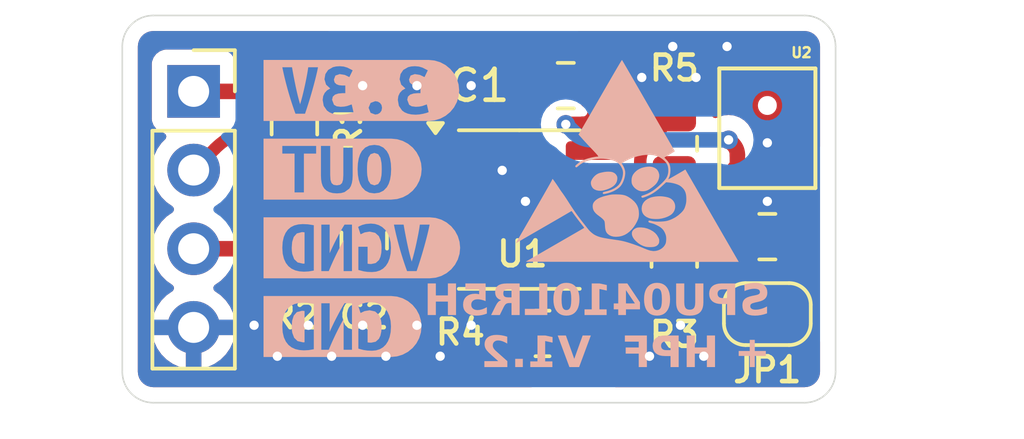
<source format=kicad_pcb>
(kicad_pcb (version 20240108) (generator "pcbnew") (generator_version "8.0")
  (layers (0 "F.Cu" signal) (31 "B.Cu" signal) (34 "B.Paste" user) (35 "F.Paste" user) (36 "B.SilkS" user "B.Silkscreen") (37 "F.SilkS" user "F.Silkscreen") (38 "B.Mask" user) (39 "F.Mask" user) (44 "Edge.Cuts" user))
  (net 0 "")
  (net 1 "OUTPUT")
  (net 2 "+3.3V")
  (net 3 "GND")
  (net 4 "VCC{slash}2")
  (net 5 "Net-(JP1-B)")
  (net 6 "Net-(JP1-A)")
  (net 7 "Net-(U1B--)")
  (footprint "Resistor_SMD:R_0805_2012Metric" (layer "F.Cu") (at 19.449999 21.202499 -90)
    (property "Reference" "R2" (at 2.397501 0 180) (layer "F.SilkS") (effects (font (size 0.8 0.8))))
    (property "Value" "10k")
    (pad "1" smd roundrect (at -0.9125 0 270) (size 1.025 1.4) (layers "F.Cu" "F.Paste" "F.Mask") (roundrect_rratio 0.243902) (net 4 "VCC{slash}2"))
    (pad "2" smd roundrect (at 0.9125 0 270) (size 1.025 1.4) (layers "F.Cu" "F.Paste" "F.Mask") (roundrect_rratio 0.243902) (net 3 "GND"))
  )
  (footprint "kibuzzard-670AB1E7" (layer "F.Cu") (at 20.892729 23.939999)
    (property "Reference" "kibuzzard-670AB1E7" (hide yes))
    (property "Value" "G***" (hide yes))
  )
  (footprint "Capacitor_SMD:C_0805_2012Metric" (layer "F.Cu") (at 21.699999 21.164999 90)
    (property "Reference" "C2" (at -2.435001 0 0) (layer "F.SilkS") (effects (font (size 0.8 0.8))))
    (property "Value" "1u")
    (pad "1" smd roundrect (at -0.95 0 90) (size 1 1.45) (layers "F.Cu" "F.Paste" "F.Mask") (net 3 "GND"))
    (pad "2" smd roundrect (at 0.95 0 90) (size 1 1.45) (layers "F.Cu" "F.Paste" "F.Mask") (net 4 "VCC{slash}2"))
  )
  (footprint "Jumper:SolderJumper-2_P1.3mm_Open_RoundedPad1.0x1.5mm" (layer "F.Cu") (at 34.699999 23.539999 180)
    (property "Reference" "JP1" (at 0 -1.8 0) (layer "F.SilkS") (effects (font (size 0.8 0.8))))
    (property "Value" "SolderJumper_2_Open")
    (pad "1" smd custom (at -0.65 0 180) (size 1 0.5) (layers "F.Cu" "F.Mask") (net 6 "Net-(JP1-A)") (options (clearance outline) (anchor rect)) (primitives (gr_circle (center 0 0.25) (end 0.5 0.25) (width 0) (fill yes)) (gr_circle (center 0 -0.25) (end 0.5 -0.25) (width 0) (fill yes)) (gr_poly (pts (xy 0.5 0.75) (xy 0 0.75) (xy 0 -0.75) (xy 0.5 -0.75)) (width 0) (fill yes))))
    (pad "2" smd custom (at 0.65 0 180) (size 1 0.5) (layers "F.Cu" "F.Mask") (net 5 "Net-(JP1-B)") (options (clearance outline) (anchor rect)) (primitives (gr_circle (center 0 0.25) (end 0.5 0.25) (width 0) (fill yes)) (gr_circle (center 0 -0.25) (end 0.5 -0.25) (width 0) (fill yes)) (gr_poly (pts (xy 0 0.75) (xy -0.5 0.75) (xy -0.5 -0.75) (xy 0 -0.75)) (width 0) (fill yes))))
  )
  (footprint "SPU0410LR5H-QB:XDCR_SPU0410LR5H-QB" (layer "F.Cu") (at 34.699999 17.539999 180)
    (property "Reference" "U2" (at -1.1 2.44 0) (layer "F.SilkS") (effects (font (size 0.32 0.32))))
    (property "Value" "SPU0410LR5H-QB")
    (pad "" np_thru_hole circle (at 0 0.7345 180) (size 0.45 0.45) (drill 0.45) (layers "F&B.Cu" "*.Mask"))
    (pad "1" smd circle (at -0.966 -1.3685 180) (size 0.723 0.723) (layers "F.Cu" "F.Paste" "F.Mask") (net 6 "Net-(JP1-A)"))
    (pad "2" smd circle (at -1.015 1.3685 180) (size 0.562 0.562) (layers "F.Cu" "F.Paste" "F.Mask") (net 3 "GND"))
    (pad "3" smd circle (at 1.015 1.3685 180) (size 0.562 0.562) (layers "F.Cu" "F.Paste" "F.Mask") (net 3 "GND"))
    (pad "4" smd circle (at 0.966 -1.3685 180) (size 0.723 0.723) (layers "F.Cu" "F.Paste" "F.Mask") (net 2 "+3.3V"))
    (pad "5" smd circle (at 0 -1.3685 180) (size 0.612 0.612) (layers "F.Cu" "F.Paste" "F.Mask") (net 3 "GND"))
    (pad "6" smd custom (at 0.47 0.74 180) (size 0.25 0.25) (layers "F.Cu") (net 3 "GND") (options (clearance outline) (anchor rect)) (primitives (gr_poly (pts (xy -0.4705 -0.3105) (xy -0.471 -0.618) (xy -0.504 -0.617) (xy -0.536 -0.614) (xy -0.568 -0.61) (xy -0.599 -0.604) (xy -0.63 -0.597) (xy -0.661 -0.588) (xy -0.691 -0.577) (xy -0.72 -0.565) (xy -0.749 -0.551) (xy -0.777 -0.536) (xy -0.804 -0.519) (xy -0.831 -0.501) (xy -0.856 -0.482) (xy -0.88 -0.461) (xy -0.903 -0.439) (xy -0.925 -0.416) (xy -0.946 -0.392) (xy -0.966 -0.366) (xy -0.984 -0.34) (xy -1 -0.313) (xy -1.016 -0.285) (xy -1.029 -0.256) (xy -1.042 -0.226) (xy -1.052 -0.196) (xy -1.061 -0.166) (xy -1.069 -0.135) (xy -1.074 -0.103) (xy -1.079 -0.072) (xy -1.081 -0.04) (xy -1.082 -0.01) (xy -1.082 -0.001) (xy -1.081 0.029) (xy -1.079 0.06) (xy -1.074 0.092) (xy -1.069 0.124) (xy -1.061 0.155) (xy -1.052 0.185) (xy -1.042 0.215) (xy -1.029 0.245) (xy -1.016 0.274) (xy -1 0.302) (xy -0.984 0.329) (xy -0.966 0.355) (xy -0.946 0.38) (xy -0.925 0.405) (xy -0.903 0.428) (xy -0.88 0.45) (xy -0.856 0.471) (xy -0.831 0.49) (xy -0.804 0.508) (xy -0.777 0.525) (xy -0.749 0.54) (xy -0.72 0.554) (xy -0.691 0.566) (xy -0.661 0.577) (xy -0.63 0.586) (xy -0.599 0.593) (xy -0.568 0.599) (xy -0.536 0.603) (xy -0.504 0.606) (xy -0.47 0.607) (xy -0.469 0.607) (xy -0.435 0.606) (xy -0.403 0.603) (xy -0.372 0.599) (xy -0.34 0.593) (xy -0.309 0.586) (xy -0.279 0.577) (xy -0.249 0.566) (xy -0.219 0.554) (xy -0.19 0.54) (xy -0.162 0.525) (xy -0.135 0.508) (xy -0.109 0.49) (xy -0.084 0.471) (xy -0.059 0.45) (xy -0.036 0.428) (xy -0.014 0.405) (xy 0.006 0.381) (xy 0.026 0.356) (xy 0.044 0.329) (xy 0.06 0.302) (xy 0.076 0.274) (xy 0.089 0.245) (xy 0.102 0.216) (xy 0.112 0.186) (xy 0.121 0.155) (xy 0.129 0.124) (xy 0.135 0.093) (xy 0.139 0.061) (xy 0.141 0.03) (xy 0.142 0) (xy 0.142 -0.03) (xy 0.14 -0.065) (xy 0.136 -0.096) (xy 0.131 -0.127) (xy 0.125 -0.158) (xy 0.116 -0.188) (xy 0.106 -0.218) (xy 0.095 -0.247) (xy 0.082 -0.275) (xy 0.068 -0.303) (xy 0.052 -0.33) (xy 0.035 -0.356) (xy 0.017 -0.382) (xy -0.003 -0.406) (xy -0.024 -0.429) (xy -0.046 -0.451) (xy -0.07 -0.472) (xy -0.094 -0.492) (xy -0.119 -0.511) (xy -0.145 -0.528) (xy -0.172 -0.543) (xy -0.2 -0.558) (xy -0.229 -0.571) (xy -0.258 -0.582) (xy -0.288 -0.592) (xy -0.318 -0.6) (xy -0.349 -0.607) (xy -0.38 -0.612) (xy -0.411 -0.615) (xy -0.442 -0.617) (xy -0.469 -0.618) (xy -0.469 -0.311) (xy -0.452 -0.31) (xy -0.436 -0.309) (xy -0.42 -0.307) (xy -0.405 -0.304) (xy -0.389 -0.3) (xy -0.374 -0.296) (xy -0.359 -0.29) (xy -0.344 -0.284) (xy -0.33 -0.278) (xy -0.316 -0.27) (xy -0.303 -0.262) (xy -0.29 -0.253) (xy -0.277 -0.243) (xy -0.265 -0.233) (xy -0.254 -0.222) (xy -0.243 -0.21) (xy -0.232 -0.198) (xy -0.223 -0.186) (xy -0.214 -0.173) (xy -0.206 -0.159) (xy -0.198 -0.145) (xy -0.191 -0.131) (xy -0.185 -0.116) (xy -0.18 -0.101) (xy -0.175 -0.086) (xy -0.172 -0.071) (xy -0.169 -0.055) (xy -0.167 -0.04) (xy -0.165 -0.024) (xy -0.165 -0.01) (xy -0.165 0) (xy -0.166 0.018) (xy -0.167 0.034) (xy -0.17 0.05) (xy -0.173 0.065) (xy -0.177 0.081) (xy -0.181 0.096) (xy -0.187 0.11) (xy -0.193 0.125) (xy -0.2 0.139) (xy -0.208 0.153) (xy -0.217 0.166) (xy -0.226 0.179) (xy -0.236 0.192) (xy -0.246 0.203) (xy -0.257 0.215) (xy -0.269 0.225) (xy -0.281 0.235) (xy -0.294 0.245) (xy -0.307 0.254) (xy -0.321 0.262) (xy -0.335 0.269) (xy -0.349 0.275) (xy -0.364 0.281) (xy -0.379 0.286) (xy -0.394 0.291) (xy -0.41 0.294) (xy -0.425 0.297) (xy -0.441 0.298) (xy -0.457 0.299) (xy -0.47 0.3) (xy -0.48 0.3) (xy -0.493 0.299) (xy -0.509 0.298) (xy -0.524 0.296) (xy -0.54 0.293) (xy -0.555 0.289) (xy -0.57 0.285) (xy -0.584 0.28) (xy -0.599 0.274) (xy -0.613 0.267) (xy -0.626 0.26) (xy -0.64 0.252) (xy -0.652 0.243) (xy -0.665 0.233) (xy -0.677 0.223) (xy -0.688 0.212) (xy -0.699 0.201) (xy -0.709 0.189) (xy -0.718 0.177) (xy -0.727 0.164) (xy -0.735 0.151) (xy -0.743 0.137) (xy -0.749 0.123) (xy -0.755 0.109) (xy -0.76 0.094) (xy -0.765 0.079) (xy -0.769 0.064) (xy -0.771 0.049) (xy -0.773 0.033) (xy -0.775 0.018) (xy -0.775 0) (xy -0.775 -0.01) (xy -0.775 -0.024) (xy -0.773 -0.04) (xy -0.771 -0.055) (xy -0.768 -0.071) (xy -0.765 -0.086) (xy -0.76 -0.101) (xy -0.755 -0.116) (xy -0.749 -0.131) (xy -0.742 -0.145) (xy -0.734 -0.159) (xy -0.726 -0.173) (xy -0.717 -0.186) (xy -0.708 -0.198) (xy -0.697 -0.21) (xy -0.686 -0.222) (xy -0.675 -0.233) (xy -0.663 -0.243) (xy -0.65 -0.253) (xy -0.637 -0.262) (xy -0.624 -0.27) (xy -0.61 -0.278) (xy -0.596 -0.284) (xy -0.581 -0.29) (xy -0.566 -0.296) (xy -0.551 -0.3) (xy -0.535 -0.304) (xy -0.52 -0.307) (xy -0.504 -0.309) (xy -0.488 -0.31) (xy -0.471 -0.311) (xy -0.4705 -0.3105)) (width 0.001) (fill yes))))
  )
  (footprint "kibuzzard-670AB201" (layer "F.Cu") (at 21.05105 18.859999)
    (property "Reference" "kibuzzard-670AB201" (hide yes))
    (property "Value" "G***" (hide yes))
  )
  (footprint "kibuzzard-670AB1F3" (layer "F.Cu") (at 21.399999 21.399999)
    (property "Reference" "kibuzzard-670AB1F3" (hide yes))
    (property "Value" "G***" (hide yes))
  )
  (footprint "Resistor_SMD:R_0805_2012Metric" (layer "F.Cu") (at 31.699999 18.039999 90)
    (property "Reference" "R5" (at 2.439999 0 180) (layer "F.SilkS") (effects (font (size 0.8 0.8))))
    (property "Value" "470k")
    (pad "1" smd roundrect (at -0.9125 0 90) (size 1.025 1.4) (layers "F.Cu" "F.Paste" "F.Mask") (roundrect_rratio 0.243902) (net 7 "Net-(U1B--)"))
    (pad "2" smd roundrect (at 0.9125 0 90) (size 1.025 1.4) (layers "F.Cu" "F.Paste" "F.Mask") (roundrect_rratio 0.243902) (net 1 "OUTPUT"))
  )
  (footprint "Resistor_SMD:R_0805_2012Metric" (layer "F.Cu") (at 31.699999 21.789999 90)
    (property "Reference" "R3" (at -2.410001 0 180) (layer "F.SilkS") (effects (font (size 0.8 0.8))))
    (property "Value" "100R")
    (pad "1" smd roundrect (at -0.9125 0 90) (size 1.025 1.4) (layers "F.Cu" "F.Paste" "F.Mask") (roundrect_rratio 0.243902) (net 4 "VCC{slash}2"))
    (pad "2" smd roundrect (at 0.9125 0 90) (size 1.025 1.4) (layers "F.Cu" "F.Paste" "F.Mask") (roundrect_rratio 0.243902) (net 5 "Net-(JP1-B)"))
  )
  (footprint "Capacitor_SMD:C_0805_2012Metric" (layer "F.Cu") (at 34.699999 21.039999)
    (property "Reference" "C3" (hide yes))
    (property "Value" "68n")
    (pad "1" smd roundrect (at -0.95 0) (size 1 1.45) (layers "F.Cu" "F.Paste" "F.Mask") (net 5 "Net-(JP1-B)"))
    (pad "2" smd roundrect (at 0.95 0) (size 1 1.45) (layers "F.Cu" "F.Paste" "F.Mask") (net 6 "Net-(JP1-A)"))
  )
  (footprint "Capacitor_SMD:C_0805_2012Metric" (layer "F.Cu") (at 28.199999 16.164999 180)
    (property "Reference" "C1" (at 2.8 0 0) (layer "F.SilkS"))
    (property "Value" "1u")
    (pad "1" smd roundrect (at -0.95 0 180) (size 1 1.45) (layers "F.Cu" "F.Paste" "F.Mask") (net 2 "+3.3V"))
    (pad "2" smd roundrect (at 0.95 0 180) (size 1 1.45) (layers "F.Cu" "F.Paste" "F.Mask") (net 3 "GND"))
  )
  (footprint "Package_SO:SOIC-8_3.9x4.9mm_P1.27mm" (layer "F.Cu") (at 26.699999 20.164999)
    (property "Reference" "U1" (at 0.1 1.435001 0) (layer "F.SilkS") (effects (font (size 0.8 0.8))))
    (property "Value" "MCP6002-xSN")
    (pad "1" smd roundrect (at -2.475 -1.905) (size 1.95 0.6) (layers "F.Cu" "F.Paste" "F.Mask") (net 4 "VCC{slash}2"))
    (pad "2" smd roundrect (at -2.475 -0.635) (size 1.95 0.6) (layers "F.Cu" "F.Paste" "F.Mask") (net 4 "VCC{slash}2"))
    (pad "3" smd roundrect (at -2.475 0.635) (size 1.95 0.6) (layers "F.Cu" "F.Paste" "F.Mask") (net 3 "GND"))
    (pad "4" smd roundrect (at -2.475 1.905) (size 1.95 0.6) (layers "F.Cu" "F.Paste" "F.Mask") (net 3 "GND"))
    (pad "5" smd roundrect (at 2.475 1.905) (size 1.95 0.6) (layers "F.Cu" "F.Paste" "F.Mask") (net 5 "Net-(JP1-B)"))
    (pad "6" smd roundrect (at 2.475 0.635) (size 1.95 0.6) (layers "F.Cu" "F.Paste" "F.Mask") (net 7 "Net-(U1B--)"))
    (pad "7" smd roundrect (at 2.475 -0.635) (size 1.95 0.6) (layers "F.Cu" "F.Paste" "F.Mask") (net 1 "OUTPUT"))
    (pad "8" smd roundrect (at 2.475 -1.905) (size 1.95 0.6) (layers "F.Cu" "F.Paste" "F.Mask") (net 2 "+3.3V"))
  )
  (footprint "kibuzzard-670AB20C" (layer "F.Cu") (at 22.205734 16.319999)
    (property "Reference" "kibuzzard-670AB20C" (hide yes))
    (property "Value" "G***" (hide yes))
  )
  (footprint "Connector_PinSocket_2.54mm:PinSocket_1x04_P2.54mm_Vertical" (layer "F.Cu") (at 16.199999 16.349999)
    (property "Reference" "J1" (hide yes))
    (property "Value" "Conn_01x04_Pin")
    (pad "1" thru_hole rect (at 0 0) (size 1.7 1.7) (drill 1) (layers "*.Cu" "*.Mask") (net 2 "+3.3V"))
    (pad "2" thru_hole oval (at 0 2.54) (size 1.7 1.7) (drill 1) (layers "*.Cu" "*.Mask") (net 1 "OUTPUT"))
    (pad "3" thru_hole oval (at 0 5.08) (size 1.7 1.7) (drill 1) (layers "*.Cu" "*.Mask") (net 4 "VCC{slash}2"))
    (pad "4" thru_hole oval (at 0 7.62) (size 1.7 1.7) (drill 1) (layers "*.Cu" "*.Mask") (net 3 "GND"))
  )
  (footprint "Resistor_SMD:R_0805_2012Metric" (layer "F.Cu") (at 19.449999 17.514999 -90)
    (property "Reference" "R1" (at -0.015 -1.75 90) (layer "F.SilkS") (effects (font (size 0.8 0.8))))
    (property "Value" "10k")
    (pad "1" smd roundrect (at -0.9125 0 270) (size 1.025 1.4) (layers "F.Cu" "F.Paste" "F.Mask") (roundrect_rratio 0.243902) (net 2 "+3.3V"))
    (pad "2" smd roundrect (at 0.9125 0 270) (size 1.025 1.4) (layers "F.Cu" "F.Paste" "F.Mask") (roundrect_rratio 0.243902) (net 4 "VCC{slash}2"))
  )
  (footprint "Resistor_SMD:R_0805_2012Metric" (layer "F.Cu") (at 27.449999 24.164999)
    (property "Reference" "R4" (at -2.649999 -0.04 0) (layer "F.SilkS") (effects (font (size 0.8 0.8))))
    (property "Value" "330")
    (pad "1" smd roundrect (at -0.9125 0) (size 1.025 1.4) (layers "F.Cu" "F.Paste" "F.Mask") (roundrect_rratio 0.243902) (net 4 "VCC{slash}2"))
    (pad "2" smd roundrect (at 0.9125 0) (size 1.025 1.4) (layers "F.Cu" "F.Paste" "F.Mask") (roundrect_rratio 0.243902) (net 7 "Net-(U1B--)"))
  )
  (footprint "LOGO" (layer "B.Cu") (at 30.008473 18.7526 180)
    (property "Reference" "G***" (hide yes))
    (property "Value" "LOGO" (hide yes))
  )
  (gr_line (start 14.899999 13.899999) (end 35.899999 13.899999) (stroke (width 0.05)) (layer "Edge.Cuts"))
  (gr_line (start 13.899999 25.399999) (end 13.899999 14.899999) (stroke (width 0.05)) (layer "Edge.Cuts"))
  (gr_line (start 36.899999 14.899999) (end 36.899999 25.399999) (stroke (width 0.05)) (layer "Edge.Cuts"))
  (gr_line (start 35.899999 26.399999) (end 14.899999 26.399999) (stroke (width 0.05)) (layer "Edge.Cuts"))
  (gr_arc (start 14.899999 26.399999) (mid 14.192892 26.107106) (end 13.899999 25.399999) (stroke (width 0.05)) (layer "Edge.Cuts"))
  (gr_arc (start 13.899999 14.899999) (mid 14.192892 14.192892) (end 14.899999 13.899999) (stroke (width 0.05)) (layer "Edge.Cuts"))
  (gr_arc (start 35.899999 13.899999) (mid 36.607106 14.192892) (end 36.899999 14.899999) (stroke (width 0.05)) (layer "Edge.Cuts"))
  (gr_arc (start 36.899999 25.399999) (mid 36.607106 26.107106) (end 35.899999 26.399999) (stroke (width 0.05)) (layer "Edge.Cuts"))
  (gr_text "SPU0410LR5H\n+ HPF  V1.2\n\n" (at 34.799999 27.099999 0) (layer "B.SilkS") (effects (font (size 1 1) (thickness 0.15) (bold yes)) (justify left bottom mirror)))
  (segment (start 18.54727 17.514999) (end 24.760179 17.514999) (width 0.4) (layer "F.Cu") (net 1))
  (segment (start 30.901402 17.926095) (end 31.699999 17.127499) (width 0.4) (layer "F.Cu") (net 1))
  (segment (start 29.831799 19.529999) (end 29.662498 19.529999) (width 0.4) (layer "F.Cu") (net 1))
  (segment (start 27.855285 19.185284) (end 27.1925 18.522499) (width 0.4) (layer "F.Cu") (net 1))
  (segment (start 30.599999 18.653748) (end 30.599999 18.761799) (width 0.4) (layer "F.Cu") (net 1))
  (segment (start 29.662498 19.529999) (end 28.687499 19.529999) (width 0.4) (layer "F.Cu") (net 1))
  (segment (start 16.887499 18.202499) (end 16.199999 18.889999) (width 0.4) (layer "F.Cu") (net 1))
  (arc (start 27.1925 18.522499) (mid 26.076541 17.776839) (end 24.760179 17.514999) (width 0.4) (layer "F.Cu") (net 1))
  (arc (start 30.599999 18.761799) (mid 30.541523 19.055776) (end 30.374998 19.304998) (width 0.4) (layer "F.Cu") (net 1))
  (arc (start 30.901402 17.926095) (mid 30.678331 18.259945) (end 30.599999 18.653748) (width 0.4) (layer "F.Cu") (net 1))
  (arc (start 27.855285 19.185284) (mid 28.237108 19.44041) (end 28.687499 19.529999) (width 0.4) (layer "F.Cu") (net 1))
  (arc (start 30.374998 19.304998) (mid 30.125776 19.471523) (end 29.831799 19.529999) (width 0.4) (layer "F.Cu") (net 1))
  (arc (start 18.54727 17.514999) (mid 17.649008 17.693674) (end 16.887499 18.202499) (width 0.4) (layer "F.Cu") (net 1))
  (segment (start 28.739999 17.414999) (end 28.199999 17.414999) (width 0.5) (layer "F.Cu") (net 2))
  (segment (start 22.202708 14.989999) (end 27.144148 14.989999) (width 0.5) (layer "F.Cu") (net 2))
  (segment (start 33.591999 18.056999) (end 33.449999 17.914999) (width 0.5) (layer "F.Cu") (net 2))
  (segment (start 33.733999 18.399817) (end 33.733999 18.908499) (width 0.5) (layer "F.Cu") (net 2))
  (segment (start 29.162499 18.247499) (end 29.174999 18.259999) (width 0.5) (layer "F.Cu") (net 2))
  (segment (start 20.256249 15.796249) (end 19.576249 16.476249) (width 0.5) (layer "F.Cu") (net 2))
  (segment (start 29.149999 17.824999) (end 29.149999 18.217321) (width 0.5) (layer "F.Cu") (net 2))
  (segment (start 29.149999 17.004999) (end 29.149999 16.164999) (width 0.5) (layer "F.Cu") (net 2))
  (segment (start 29.149999 16.164999) (end 28.562499 15.577499) (width 0.5) (layer "F.Cu") (net 2))
  (segment (start 19.018954 16.349999) (end 16.199999 16.349999) (width 0.5) (layer "F.Cu") (net 2))
  (segment (start 29.149999 17.004999) (end 29.149999 17.824999) (width 0.5) (layer "F.Cu") (net 2))
  (via (at 33.449999 17.914999) (size 0.6) (drill 0.3) (layers "F.Cu" "B.Cu") (net 2))
  (via (at 28.199999 17.414999) (size 0.6) (drill 0.3) (layers "F.Cu" "B.Cu") (net 2))
  (arc (start 22.202708 14.989999) (mid 21.149292 15.199536) (end 20.256249 15.796249) (width 0.5) (layer "F.Cu") (net 2))
  (arc (start 33.591999 18.056999) (mid 33.697094 18.214285) (end 33.733999 18.399817) (width 0.5) (layer "F.Cu") (net 2))
  (arc (start 28.562499 15.577499) (mid 27.911754 15.142685) (end 27.144148 14.989999) (width 0.5) (layer "F.Cu") (net 2))
  (arc (start 28.739999 17.414999) (mid 29.029912 17.294912) (end 29.149999 17.004999) (width 0.5) (layer "F.Cu") (net 2))
  (arc (start 19.323749 16.476249) (mid 19.183907 16.38281) (end 19.018954 16.349999) (width 0.5) (layer "F.Cu") (net 2))
  (arc (start 19.323749 16.476249) (mid 19.449999 16.528543) (end 19.576249 16.476249) (width 0.5) (layer "F.Cu") (net 2))
  (arc (start 29.149999 17.824999) (mid 29.029912 17.535085) (end 28.739999 17.414999) (width 0.5) (layer "F.Cu") (net 2))
  (arc (start 29.149999 18.217321) (mid 29.153247 18.233653) (end 29.162499 18.247499) (width 0.5) (layer "F.Cu") (net 2))
  (segment (start 29.053552 17.914999) (end 33.449999 17.914999) (width 0.5) (layer "B.Cu") (net 2))
  (segment (start 28.449999 17.664999) (end 28.199999 17.414999) (width 0.5) (layer "B.Cu") (net 2))
  (arc (start 28.449999 17.664999) (mid 28.726911 17.850026) (end 29.053552 17.914999) (width 0.5) (layer "B.Cu") (net 2))
  (segment (start 34.699999 19.899999) (end 34.699999 18.908499) (width 0.5) (layer "F.Cu") (net 3))
  (via (at 24.149999 24.899999) (size 0.6) (drill 0.3) (layers "F.Cu" "B.Cu") (net 3))
  (via (at 18.899999 24.899999) (size 0.6) (drill 0.3) (layers "F.Cu" "B.Cu") (net 3))
  (via (at 34.699999 18.010498) (size 0.6) (drill 0.3) (layers "F.Cu" "B.Cu") (net 3))
  (via (at 32.399999 15.899999) (size 0.6) (drill 0.3) (layers "F.Cu" "B.Cu") (net 3))
  (via (at 33.399999 14.899999) (size 0.6) (drill 0.3) (layers "F.Cu" "B.Cu") (net 3))
  (via (at 22.399999 24.899999) (size 0.6) (drill 0.3) (layers "F.Cu" "B.Cu") (net 3))
  (via (at 20.649999 24.899999) (size 0.6) (drill 0.3) (layers "F.Cu" "B.Cu") (net 3))
  (via (at 25.149999 23.899999) (size 0.6) (drill 0.3) (layers "F.Cu" "B.Cu") (net 3))
  (via (at 30.649999 15.899999) (size 0.6) (drill 0.3) (layers "F.Cu" "B.Cu") (net 3))
  (via (at 23.399999 16.164999) (size 0.6) (drill 0.3) (layers "F.Cu" "B.Cu") (net 3))
  (via (at 21.649999 16.164999) (size 0.6) (drill 0.3) (layers "F.Cu" "B.Cu") (net 3))
  (via (at 31.649999 14.899999) (size 0.6) (drill 0.3) (layers "F.Cu" "B.Cu") (net 3))
  (via (at 25.149999 16.164999) (size 0.6) (drill 0.3) (layers "F.Cu" "B.Cu") (net 3))
  (via (at 30.899999 24.899999) (size 0.6) (drill 0.3) (layers "F.Cu" "B.Cu") (net 3))
  (via (at 31.899999 23.899999) (size 0.6) (drill 0.3) (layers "F.Cu" "B.Cu") (net 3))
  (via (at 34.699999 19.899999) (size 0.6) (drill 0.3) (layers "F.Cu" "B.Cu") (net 3))
  (via (at 32.649999 24.899999) (size 0.6) (drill 0.3) (layers "F.Cu" "B.Cu") (net 3))
  (via (at 26.149999 18.899999) (size 0.6) (drill 0.3) (layers "F.Cu" "B.Cu") (net 3))
  (via (at 21.649999 23.899999) (size 0.6) (drill 0.3) (layers "F.Cu" "B.Cu") (net 3))
  (via (at 26.899999 19.899999) (size 0.6) (drill 0.3) (layers "F.Cu" "B.Cu") (net 3))
  (via (at 23.399999 23.899999) (size 0.6) (drill 0.3) (layers "F.Cu" "B.Cu") (net 3))
  (via (at 18.149999 23.899999) (size 0.6) (drill 0.3) (layers "F.Cu" "B.Cu") (net 3))
  (via (at 19.899999 23.899999) (size 0.6) (drill 0.3) (layers "F.Cu" "B.Cu") (net 3))
  (segment (start 17.503897 21.429999) (end 16.199999 21.429999) (width 0.5) (layer "F.Cu") (net 4))
  (segment (start 19.449999 20.289999) (end 21.571965 20.289999) (width 0.5) (layer "F.Cu") (net 4))
  (segment (start 19.449999 20.289999) (end 18.879999 20.859999) (width 0.5) (layer "F.Cu") (net 4))
  (segment (start 24.979854 19.72717) (end 25.660091 20.407407) (width 0.5) (layer "F.Cu") (net 4))
  (segment (start 19.449999 20.289999) (end 19.449999 18.427499) (width 0.5) (layer "F.Cu") (net 4))
  (segment (start 22.042499 19.872499) (end 21.737499 20.177499) (width 0.5) (layer "F.Cu") (net 4))
  (segment (start 26.537499 24.107188) (end 26.537499 22.525657) (width 0.5) (layer "F.Cu") (net 4))
  (segment (start 24.503841 19.529999) (end 23.946157 19.529999) (width 0.5) (layer "F.Cu") (net 4))
  (segment (start 27.349024 24.860902) (end 26.693999 24.205877) (width 0.5) (layer "F.Cu") (net 4))
  (segment (start 22.869367 19.529999) (end 23.946157 19.529999) (width 0.5) (layer "F.Cu") (net 4))
  (segment (start 24.224999 19.251157) (end 24.224999 18.259999) (width 0.5) (layer "F.Cu") (net 4))
  (segment (start 21.737499 20.177499) (end 21.662499 20.252499) (width 0.5) (layer "F.Cu") (net 4))
  (segment (start 29.541595 24.860902) (end 31.699999 22.702499) (width 0.5) (layer "F.Cu") (net 4))
  (arc (start 22.869367 19.529999) (mid 22.421869 19.619011) (end 22.042499 19.872499) (width 0.5) (layer "F.Cu") (net 4))
  (arc (start 23.946157 19.529999) (mid 24.143328 19.448328) (end 24.224999 19.251157) (width 0.5) (layer "F.Cu") (net 4))
  (arc (start 24.224999 19.251157) (mid 24.306669 19.448328) (end 24.503841 19.529999) (width 0.5) (layer "F.Cu") (net 4))
  (arc (start 26.693999 24.205877) (mid 26.64872 24.175622) (end 26.59531 24.164999) (width 0.5) (layer "F.Cu") (net 4))
  (arc (start 21.662499 20.252499) (mid 21.620961 20.280253) (end 21.571965 20.289999) (width 0.5) (layer "F.Cu") (net 4))
  (arc (start 25.660091 20.407407) (mid 26.309468 21.379268) (end 26.537499 22.525657) (width 0.5) (layer "F.Cu") (net 4))
  (arc (start 24.979854 19.72717) (mid 24.761457 19.581242) (end 24.503841 19.529999) (width 0.5) (layer "F.Cu") (net 4))
  (arc (start 26.537499 24.107188) (mid 26.554431 24.148066) (end 26.59531 24.164999) (width 0.5) (layer "F.Cu") (net 4))
  (arc (start 18.879999 20.859999) (mid 18.248638 21.28186) (end 17.503897 21.429999) (width 0.5) (layer "F.Cu") (net 4))
  (arc (start 27.349024 24.860902) (mid 27.852004 25.196983) (end 28.44531 25.314999) (width 0.5) (layer "F.Cu") (net 4))
  (arc (start 29.541595 24.860902) (mid 29.038615 25.196983) (end 28.44531 25.314999) (width 0.5) (layer "F.Cu") (net 4))
  (segment (start 33.899999 23.389999) (end 34.049999 23.539999) (width 0.4) (layer "F.Cu") (net 5))
  (segment (start 31.699999 20.877499) (end 33.472594 20.877499) (width 0.4) (layer "F.Cu") (net 5))
  (segment (start 31.699999 20.877499) (end 30.978608 21.598889) (width 0.4) (layer "F.Cu") (net 5))
  (segment (start 33.749999 23.027866) (end 33.749999 21.154903) (width 0.4) (layer "F.Cu") (net 5))
  (segment (start 29.841249 22.069999) (end 29.174999 22.069999) (width 0.4) (layer "F.Cu") (net 5))
  (arc (start 30.978608 21.598889) (mid 30.456783 21.947561) (end 29.841249 22.069999) (width 0.4) (layer "F.Cu") (net 5))
  (arc (start 33.668749 20.958749) (mid 33.578752 20.898615) (end 33.472594 20.877499) (width 0.4) (layer "F.Cu") (net 5))
  (arc (start 33.668749 20.958749) (mid 33.728882 21.048745) (end 33.749999 21.154903) (width 0.4) (layer "F.Cu") (net 5))
  (arc (start 33.749999 23.027866) (mid 33.788982 23.223851) (end 33.899999 23.389999) (width 0.4) (layer "F.Cu") (net 5))
  (segment (start 35.499999 23.389999) (end 35.349999 23.539999) (width 0.4) (layer "F.Cu") (net 6))
  (segment (start 35.657999 18.916499) (end 35.665999 18.908499) (width 0.4) (layer "F.Cu") (net 6))
  (segment (start 35.649999 21.039999) (end 35.649999 23.027866) (width 0.4) (layer "F.Cu") (net 6))
  (segment (start 35.649999 21.039999) (end 35.649999 18.935812) (width 0.4) (layer "F.Cu") (net 6))
  (arc (start 35.649999 23.027866) (mid 35.611015 23.223851) (end 35.499999 23.389999) (width 0.4) (layer "F.Cu") (net 6))
  (arc (start 35.657999 18.916499) (mid 35.652078 18.92536) (end 35.649999 18.935812) (width 0.4) (layer "F.Cu") (net 6))
  (segment (start 28.482843 20.799999) (end 28.836249 20.799999) (width 0.4) (layer "F.Cu") (net 7))
  (segment (start 28.081249 23.883749) (end 28.362499 24.164999) (width 0.4) (layer "F.Cu") (net 7))
  (segment (start 30.092031 20.560466) (end 31.699999 18.952499) (width 0.4) (layer "F.Cu") (net 7))
  (segment (start 27.799999 21.482843) (end 27.799999 23.204751) (width 0.4) (layer "F.Cu") (net 7))
  (segment (start 29.513749 20.799999) (end 28.836249 20.799999) (width 0.4) (layer "F.Cu") (net 7))
  (arc (start 27.799999 23.204751) (mid 27.873093 23.572222) (end 28.081249 23.883749) (width 0.4) (layer "F.Cu") (net 7))
  (arc (start 28.482843 20.799999) (mid 28.221529 20.851977) (end 27.999999 20.999999) (width 0.4) (layer "F.Cu") (net 7))
  (arc (start 30.092031 20.560466) (mid 29.826713 20.737746) (end 29.513749 20.799999) (width 0.4) (layer "F.Cu") (net 7))
  (arc (start 27.999999 20.999999) (mid 27.851977 21.221529) (end 27.799999 21.482843) (width 0.4) (layer "F.Cu") (net 7))
  (zone (net 3) (net_name "GND") (layer "F.Cu") (priority 2) (connect_pads yes (clearance 0.5)) (min_thickness 0.25) (fill yes (thermal_gap 0.5) (thermal_bridge_width 0.5))
    (polygon (pts (xy 32.599999 15.299999) (xy 36.399999 15.299999) (xy 36.399999 18.899999) (xy 32.599999 18.899999)))
  )
  (zone (net 3) (net_name "GND") (layers "F&B.Cu") (connect_pads (clearance 0.5)) (min_thickness 0.25) (fill yes (thermal_gap 0.5) (thermal_bridge_width 0.5))
    (polygon (pts (xy 13.399999 13.399999) (xy 37.399999 13.399999) (xy 37.399999 26.899999) (xy 13.399999 26.899999)))
  )
)
</source>
